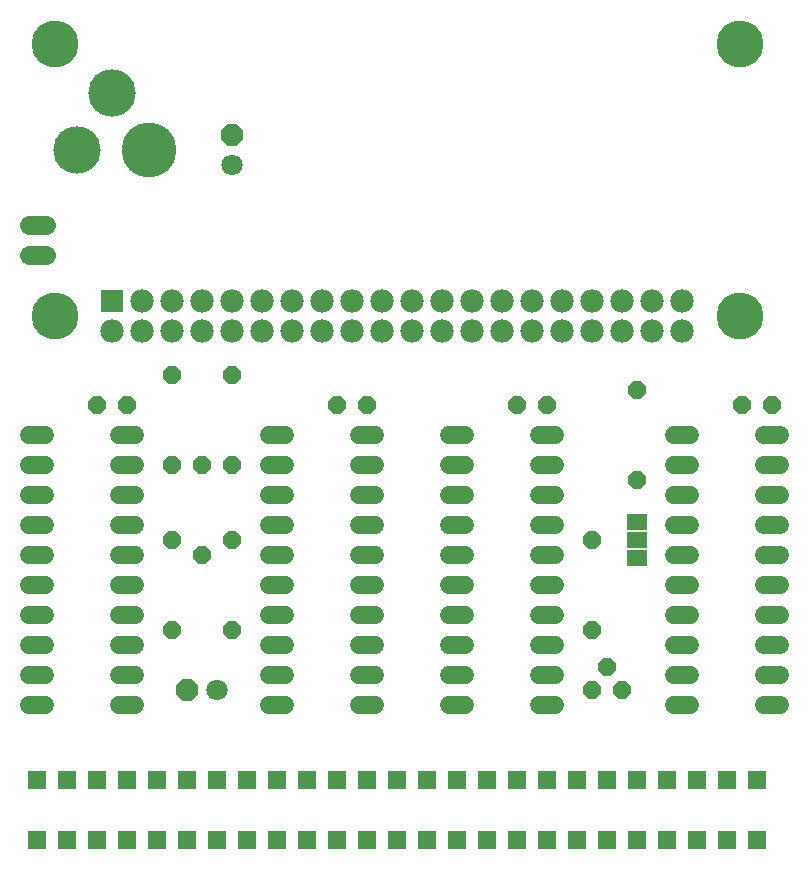
<source format=gbs>
G04 EAGLE Gerber RS-274X export*
G75*
%MOMM*%
%FSLAX34Y34*%
%LPD*%
%INSoldermask Bottom*%
%IPPOS*%
%AMOC8*
5,1,8,0,0,1.08239X$1,22.5*%
G01*
%ADD10R,1.611200X1.611200*%
%ADD11P,1.649562X8X202.500000*%
%ADD12P,1.951982X8X202.500000*%
%ADD13C,1.803400*%
%ADD14R,1.981200X1.981200*%
%ADD15C,1.981200*%
%ADD16C,3.969200*%
%ADD17C,1.524000*%
%ADD18C,1.625600*%
%ADD19C,4.648200*%
%ADD20C,4.013200*%
%ADD21P,1.951982X8X112.500000*%
%ADD22P,1.649562X8X112.500000*%
%ADD23P,1.649562X8X292.500000*%
%ADD24R,1.803400X1.371600*%
%ADD25P,1.649562X8X22.500000*%


D10*
X38100Y25400D03*
X38100Y76200D03*
X63500Y25400D03*
X63500Y76200D03*
X88900Y25400D03*
X88900Y76200D03*
X114300Y25400D03*
X114300Y76200D03*
X139700Y25400D03*
X139700Y76200D03*
X165100Y25400D03*
X165100Y76200D03*
X190500Y25400D03*
X190500Y76200D03*
X215900Y25400D03*
X215900Y76200D03*
X241300Y25400D03*
X241300Y76200D03*
X266700Y25400D03*
X266700Y76200D03*
X292100Y25400D03*
X292100Y76200D03*
X317500Y25400D03*
X317500Y76200D03*
X342900Y25400D03*
X342900Y76200D03*
X368300Y25400D03*
X368300Y76200D03*
X393700Y25400D03*
X393700Y76200D03*
X419100Y25400D03*
X419100Y76200D03*
X444500Y25400D03*
X444500Y76200D03*
X469900Y25400D03*
X469900Y76200D03*
X495300Y25400D03*
X495300Y76200D03*
X520700Y25400D03*
X520700Y76200D03*
X546100Y25400D03*
X546100Y76200D03*
X571500Y25400D03*
X571500Y76200D03*
X596900Y25400D03*
X596900Y76200D03*
X622300Y25400D03*
X622300Y76200D03*
X647700Y25400D03*
X647700Y76200D03*
D11*
X660400Y393700D03*
X635000Y393700D03*
D12*
X165100Y152400D03*
D13*
X190500Y152400D03*
D14*
X101600Y481900D03*
D15*
X101600Y456500D03*
X127000Y481900D03*
X127000Y456500D03*
X152400Y481900D03*
X152400Y456500D03*
X177800Y481900D03*
X177800Y456500D03*
X203200Y481900D03*
X203200Y456500D03*
X228600Y481900D03*
X228600Y456500D03*
X254000Y481900D03*
X254000Y456500D03*
X279400Y481900D03*
X279400Y456500D03*
X304800Y481900D03*
X304800Y456500D03*
X330200Y481900D03*
X330200Y456500D03*
X355600Y481900D03*
X355600Y456500D03*
X381000Y481900D03*
X381000Y456500D03*
X406400Y481900D03*
X406400Y456500D03*
X431800Y481900D03*
X431800Y456500D03*
X457200Y481900D03*
X457200Y456500D03*
X482600Y481900D03*
X482600Y456500D03*
X508000Y481900D03*
X508000Y456500D03*
X533400Y481900D03*
X533400Y456500D03*
X558800Y481900D03*
X558800Y456500D03*
X584200Y481900D03*
X584200Y456500D03*
D16*
X52900Y699200D03*
X52900Y469200D03*
X632900Y469200D03*
X632900Y699200D03*
D17*
X590804Y368300D02*
X577596Y368300D01*
X577596Y342900D02*
X590804Y342900D01*
X590804Y215900D02*
X577596Y215900D01*
X577596Y190500D02*
X590804Y190500D01*
X590804Y317500D02*
X577596Y317500D01*
X577596Y292100D02*
X590804Y292100D01*
X590804Y241300D02*
X577596Y241300D01*
X577596Y266700D02*
X590804Y266700D01*
X590804Y165100D02*
X577596Y165100D01*
X577596Y139700D02*
X590804Y139700D01*
X653796Y139700D02*
X667004Y139700D01*
X667004Y165100D02*
X653796Y165100D01*
X653796Y190500D02*
X667004Y190500D01*
X667004Y215900D02*
X653796Y215900D01*
X653796Y241300D02*
X667004Y241300D01*
X667004Y266700D02*
X653796Y266700D01*
X653796Y292100D02*
X667004Y292100D01*
X667004Y317500D02*
X653796Y317500D01*
X653796Y342900D02*
X667004Y342900D01*
X667004Y368300D02*
X653796Y368300D01*
X44704Y368300D02*
X31496Y368300D01*
X31496Y342900D02*
X44704Y342900D01*
X44704Y215900D02*
X31496Y215900D01*
X31496Y190500D02*
X44704Y190500D01*
X44704Y317500D02*
X31496Y317500D01*
X31496Y292100D02*
X44704Y292100D01*
X44704Y241300D02*
X31496Y241300D01*
X31496Y266700D02*
X44704Y266700D01*
X44704Y165100D02*
X31496Y165100D01*
X31496Y139700D02*
X44704Y139700D01*
X107696Y139700D02*
X120904Y139700D01*
X120904Y165100D02*
X107696Y165100D01*
X107696Y190500D02*
X120904Y190500D01*
X120904Y215900D02*
X107696Y215900D01*
X107696Y241300D02*
X120904Y241300D01*
X120904Y266700D02*
X107696Y266700D01*
X107696Y292100D02*
X120904Y292100D01*
X120904Y317500D02*
X107696Y317500D01*
X107696Y342900D02*
X120904Y342900D01*
X120904Y368300D02*
X107696Y368300D01*
D18*
X45212Y520700D02*
X30988Y520700D01*
X30988Y546100D02*
X45212Y546100D01*
D19*
X132600Y609600D03*
D20*
X71600Y609600D03*
X101600Y657600D03*
D21*
X203200Y622300D03*
D13*
X203200Y596900D03*
D22*
X203200Y342900D03*
X203200Y419100D03*
D23*
X546100Y406400D03*
X546100Y330200D03*
D24*
X546100Y264160D03*
X546100Y279400D03*
X546100Y294640D03*
D11*
X114300Y393700D03*
X88900Y393700D03*
X317500Y393700D03*
X292100Y393700D03*
X469900Y393700D03*
X444500Y393700D03*
D23*
X203200Y279400D03*
X203200Y203200D03*
X177800Y342900D03*
X177800Y266700D03*
D25*
X533400Y152400D03*
X520700Y171450D03*
X508000Y152400D03*
D23*
X508000Y279400D03*
X508000Y203200D03*
D17*
X247904Y368300D02*
X234696Y368300D01*
X234696Y342900D02*
X247904Y342900D01*
X247904Y215900D02*
X234696Y215900D01*
X234696Y190500D02*
X247904Y190500D01*
X247904Y317500D02*
X234696Y317500D01*
X234696Y292100D02*
X247904Y292100D01*
X247904Y241300D02*
X234696Y241300D01*
X234696Y266700D02*
X247904Y266700D01*
X247904Y165100D02*
X234696Y165100D01*
X234696Y139700D02*
X247904Y139700D01*
X310896Y139700D02*
X324104Y139700D01*
X324104Y165100D02*
X310896Y165100D01*
X310896Y190500D02*
X324104Y190500D01*
X324104Y215900D02*
X310896Y215900D01*
X310896Y241300D02*
X324104Y241300D01*
X324104Y266700D02*
X310896Y266700D01*
X310896Y292100D02*
X324104Y292100D01*
X324104Y317500D02*
X310896Y317500D01*
X310896Y342900D02*
X324104Y342900D01*
X324104Y368300D02*
X310896Y368300D01*
X387096Y368300D02*
X400304Y368300D01*
X400304Y342900D02*
X387096Y342900D01*
X387096Y215900D02*
X400304Y215900D01*
X400304Y190500D02*
X387096Y190500D01*
X387096Y317500D02*
X400304Y317500D01*
X400304Y292100D02*
X387096Y292100D01*
X387096Y241300D02*
X400304Y241300D01*
X400304Y266700D02*
X387096Y266700D01*
X387096Y165100D02*
X400304Y165100D01*
X400304Y139700D02*
X387096Y139700D01*
X463296Y139700D02*
X476504Y139700D01*
X476504Y165100D02*
X463296Y165100D01*
X463296Y190500D02*
X476504Y190500D01*
X476504Y215900D02*
X463296Y215900D01*
X463296Y241300D02*
X476504Y241300D01*
X476504Y266700D02*
X463296Y266700D01*
X463296Y292100D02*
X476504Y292100D01*
X476504Y317500D02*
X463296Y317500D01*
X463296Y342900D02*
X476504Y342900D01*
X476504Y368300D02*
X463296Y368300D01*
D22*
X152400Y203200D03*
X152400Y279400D03*
X152400Y342900D03*
X152400Y419100D03*
M02*

</source>
